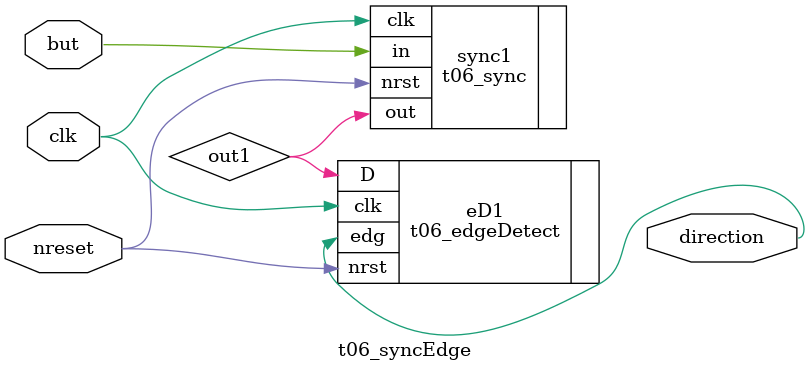
<source format=v>
module t06_syncEdge (
	clk,
	nreset,
	but,
	direction
);
	input wire clk;
	input wire nreset;
	input wire but;
	output wire direction;
	wire out1;
	t06_sync sync1(
		.in(but),
		.clk(clk),
		.nrst(nreset),
		.out(out1)
	);
	t06_edgeDetect eD1(
		.D(out1),
		.clk(clk),
		.nrst(nreset),
		.edg(direction)
	);
endmodule

</source>
